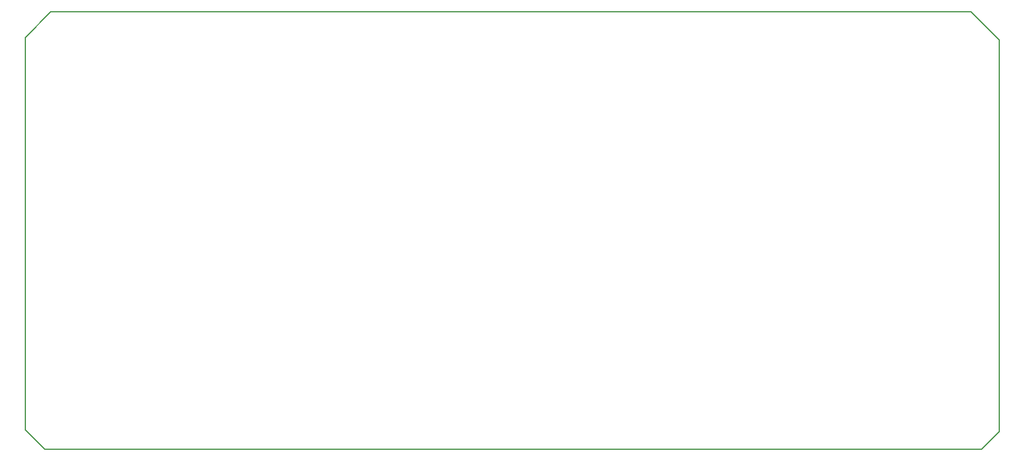
<source format=gko>
G04 Layer_Color=16711935*
%FSAX24Y24*%
%MOIN*%
G70*
G01*
G75*
%ADD71C,0.0079*%
D71*
X013950Y010400D02*
X015050Y009300D01*
X013950Y010400D02*
Y032650D01*
X015400Y034100D01*
X067450D01*
X069050Y032500D01*
Y010300D02*
Y032500D01*
X015050Y009300D02*
X068050D01*
X069050Y010300D01*
M02*

</source>
